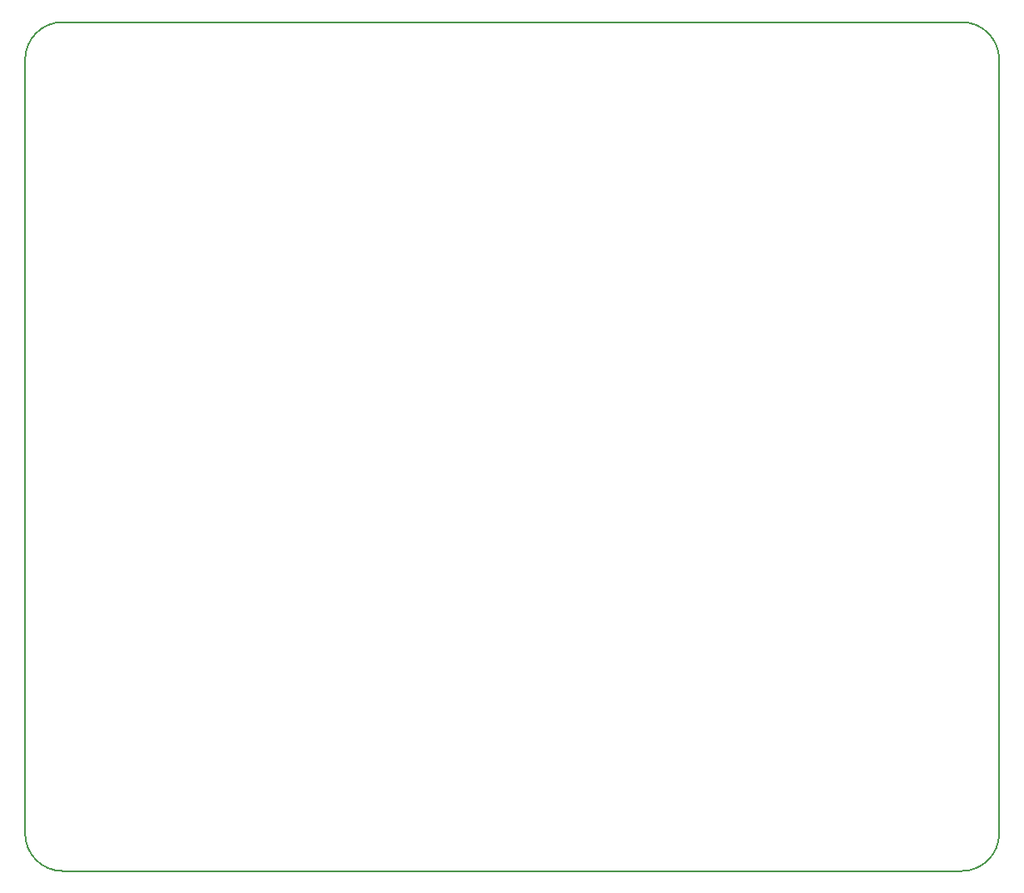
<source format=gbr>
%TF.GenerationSoftware,KiCad,Pcbnew,(6.0.4-0)*%
%TF.CreationDate,2022-09-18T16:13:22-05:00*%
%TF.ProjectId,owl-brd,6f776c2d-6272-4642-9e6b-696361645f70,v1.0.1*%
%TF.SameCoordinates,Original*%
%TF.FileFunction,Profile,NP*%
%FSLAX46Y46*%
G04 Gerber Fmt 4.6, Leading zero omitted, Abs format (unit mm)*
G04 Created by KiCad (PCBNEW (6.0.4-0)) date 2022-09-18 16:13:22*
%MOMM*%
%LPD*%
G01*
G04 APERTURE LIST*
%TA.AperFunction,Profile*%
%ADD10C,0.150000*%
%TD*%
G04 APERTURE END LIST*
D10*
X16510000Y-100330000D02*
X107950000Y-100330000D01*
X12700000Y-96520000D02*
G75*
G03*
X16510000Y-100330000I3810000J0D01*
G01*
X12700000Y-17780000D02*
X12700000Y-96520000D01*
X16510000Y-13970000D02*
G75*
G03*
X12700000Y-17780000I0J-3810000D01*
G01*
X111760000Y-17780000D02*
G75*
G03*
X107950000Y-13970000I-3810000J0D01*
G01*
X107950000Y-100330000D02*
G75*
G03*
X111760000Y-96520000I0J3810000D01*
G01*
X107950000Y-13970000D02*
X16510000Y-13970000D01*
X111760000Y-96520000D02*
X111760000Y-17780000D01*
M02*

</source>
